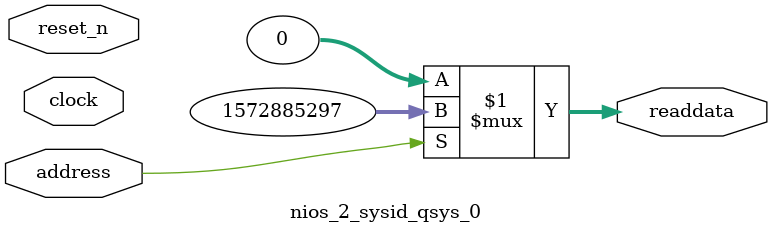
<source format=v>



// synthesis translate_off
`timescale 1ns / 1ps
// synthesis translate_on

// turn off superfluous verilog processor warnings 
// altera message_level Level1 
// altera message_off 10034 10035 10036 10037 10230 10240 10030 

module nios_2_sysid_qsys_0 (
               // inputs:
                address,
                clock,
                reset_n,

               // outputs:
                readdata
             )
;

  output  [ 31: 0] readdata;
  input            address;
  input            clock;
  input            reset_n;

  wire    [ 31: 0] readdata;
  //control_slave, which is an e_avalon_slave
  assign readdata = address ? 1572885297 : 0;

endmodule



</source>
